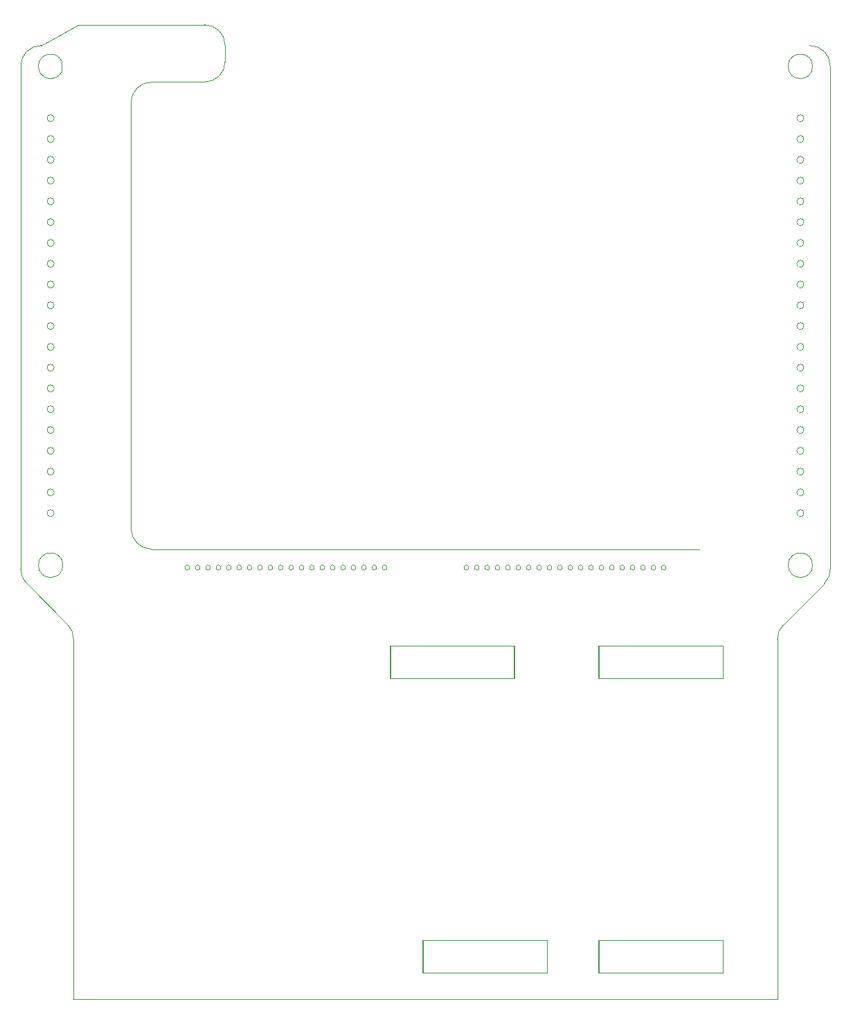
<source format=gm1>
G04*
G04 #@! TF.GenerationSoftware,Altium Limited,Altium Designer,24.1.2 (44)*
G04*
G04 Layer_Color=16711935*
%FSLAX44Y44*%
%MOMM*%
G71*
G04*
G04 #@! TF.SameCoordinates,8F2A281D-5683-44EC-B143-A45D5901FF86*
G04*
G04*
G04 #@! TF.FilePolarity,Positive*
G04*
G01*
G75*
%ADD75C,0.1000*%
D75*
X1229111Y1085092D02*
G03*
X1229111Y1085092I-4318J0D01*
G01*
X1239793Y1504192D02*
G03*
X1239793Y1504192I-15000J0D01*
G01*
X312425Y1440692D02*
G03*
X312425Y1440692I-4318J0D01*
G01*
X1229111D02*
G03*
X1229111Y1440692I-4318J0D01*
G01*
Y1415292D02*
G03*
X1229111Y1415292I-4318J0D01*
G01*
Y1389892D02*
G03*
X1229111Y1389892I-4318J0D01*
G01*
Y1364492D02*
G03*
X1229111Y1364492I-4318J0D01*
G01*
Y1339092D02*
G03*
X1229111Y1339092I-4318J0D01*
G01*
Y1313692D02*
G03*
X1229111Y1313692I-4318J0D01*
G01*
Y1288292D02*
G03*
X1229111Y1288292I-4318J0D01*
G01*
Y1262892D02*
G03*
X1229111Y1262892I-4318J0D01*
G01*
Y1237492D02*
G03*
X1229111Y1237492I-4318J0D01*
G01*
X312425Y1415292D02*
G03*
X312425Y1415292I-4318J0D01*
G01*
Y1389892D02*
G03*
X312425Y1389892I-4318J0D01*
G01*
Y1364492D02*
G03*
X312425Y1364492I-4318J0D01*
G01*
Y1339092D02*
G03*
X312425Y1339092I-4318J0D01*
G01*
Y1313692D02*
G03*
X312425Y1313692I-4318J0D01*
G01*
Y1288292D02*
G03*
X312425Y1288292I-4318J0D01*
G01*
Y1262892D02*
G03*
X312425Y1262892I-4318J0D01*
G01*
Y1237492D02*
G03*
X312425Y1237492I-4318J0D01*
G01*
Y1212092D02*
G03*
X312425Y1212092I-4318J0D01*
G01*
Y1186692D02*
G03*
X312425Y1186692I-4318J0D01*
G01*
Y1161292D02*
G03*
X312425Y1161292I-4318J0D01*
G01*
Y1135892D02*
G03*
X312425Y1135892I-4318J0D01*
G01*
Y1110492D02*
G03*
X312425Y1110492I-4318J0D01*
G01*
Y1085092D02*
G03*
X312425Y1085092I-4318J0D01*
G01*
Y1059692D02*
G03*
X312425Y1059692I-4318J0D01*
G01*
Y1034292D02*
G03*
X312425Y1034292I-4318J0D01*
G01*
Y1008892D02*
G03*
X312425Y1008892I-4318J0D01*
G01*
Y983492D02*
G03*
X312425Y983492I-4318J0D01*
G01*
Y958092D02*
G03*
X312425Y958092I-4318J0D01*
G01*
X323107Y894592D02*
G03*
X323107Y894592I-15000J0D01*
G01*
X1239793D02*
G03*
X1239793Y894592I-15000J0D01*
G01*
X1229111Y958092D02*
G03*
X1229111Y958092I-4318J0D01*
G01*
Y983492D02*
G03*
X1229111Y983492I-4318J0D01*
G01*
Y1008892D02*
G03*
X1229111Y1008892I-4318J0D01*
G01*
Y1034292D02*
G03*
X1229111Y1034292I-4318J0D01*
G01*
Y1059692D02*
G03*
X1229111Y1059692I-4318J0D01*
G01*
Y1110492D02*
G03*
X1229111Y1110492I-4318J0D01*
G01*
Y1135892D02*
G03*
X1229111Y1135892I-4318J0D01*
G01*
Y1161292D02*
G03*
X1229111Y1161292I-4318J0D01*
G01*
Y1186692D02*
G03*
X1229111Y1186692I-4318J0D01*
G01*
Y1212092D02*
G03*
X1229111Y1212092I-4318J0D01*
G01*
X1060750Y891692D02*
G03*
X1060750Y891692I-3000J0D01*
G01*
X1048050D02*
G03*
X1048050Y891692I-3000J0D01*
G01*
X1035350D02*
G03*
X1035350Y891692I-3000J0D01*
G01*
X1022650D02*
G03*
X1022650Y891692I-3000J0D01*
G01*
X1009950D02*
G03*
X1009950Y891692I-3000J0D01*
G01*
X997250D02*
G03*
X997250Y891692I-3000J0D01*
G01*
X984550D02*
G03*
X984550Y891692I-3000J0D01*
G01*
X971850D02*
G03*
X971850Y891692I-3000J0D01*
G01*
X959150D02*
G03*
X959150Y891692I-3000J0D01*
G01*
X946450D02*
G03*
X946450Y891692I-3000J0D01*
G01*
X933750D02*
G03*
X933750Y891692I-3000J0D01*
G01*
X921050D02*
G03*
X921050Y891692I-3000J0D01*
G01*
X908350D02*
G03*
X908350Y891692I-3000J0D01*
G01*
X895650D02*
G03*
X895650Y891692I-3000J0D01*
G01*
X882950D02*
G03*
X882950Y891692I-3000J0D01*
G01*
X870250D02*
G03*
X870250Y891692I-3000J0D01*
G01*
X857550D02*
G03*
X857550Y891692I-3000J0D01*
G01*
X844850D02*
G03*
X844850Y891692I-3000J0D01*
G01*
X832150D02*
G03*
X832150Y891692I-3000J0D01*
G01*
X819450D02*
G03*
X819450Y891692I-3000J0D01*
G01*
X719450D02*
G03*
X719450Y891692I-3000J0D01*
G01*
X706750D02*
G03*
X706750Y891692I-3000J0D01*
G01*
X694050D02*
G03*
X694050Y891692I-3000J0D01*
G01*
X681350D02*
G03*
X681350Y891692I-3000J0D01*
G01*
X668650D02*
G03*
X668650Y891692I-3000J0D01*
G01*
X655950D02*
G03*
X655950Y891692I-3000J0D01*
G01*
X643250D02*
G03*
X643250Y891692I-3000J0D01*
G01*
X630550D02*
G03*
X630550Y891692I-3000J0D01*
G01*
X617850D02*
G03*
X617850Y891692I-3000J0D01*
G01*
X605150D02*
G03*
X605150Y891692I-3000J0D01*
G01*
X592450D02*
G03*
X592450Y891692I-3000J0D01*
G01*
X579750D02*
G03*
X579750Y891692I-3000J0D01*
G01*
X567050D02*
G03*
X567050Y891692I-3000J0D01*
G01*
X554350D02*
G03*
X554350Y891692I-3000J0D01*
G01*
X541650D02*
G03*
X541650Y891692I-3000J0D01*
G01*
X528950D02*
G03*
X528950Y891692I-3000J0D01*
G01*
X516250D02*
G03*
X516250Y891692I-3000J0D01*
G01*
X503550D02*
G03*
X503550Y891692I-3000J0D01*
G01*
X490850D02*
G03*
X490850Y891692I-3000J0D01*
G01*
X478150D02*
G03*
X478150Y891692I-3000J0D01*
G01*
X321450Y1511045D02*
G03*
X321450Y1497339I-13343J-6853D01*
G01*
X296450Y1529592D02*
G03*
X271450Y1504592I0J-25000D01*
G01*
Y889763D02*
G03*
X278772Y872086I25000J0D01*
G01*
X336226Y804277D02*
G03*
X328903Y821955I-25000J0D01*
G01*
X1203997D02*
G03*
X1196674Y804277I17678J-17678D01*
G01*
X1254128Y872086D02*
G03*
X1261450Y889763I-17678J17678D01*
G01*
Y1504592D02*
G03*
X1236450Y1529592I-25000J0D01*
G01*
X406450Y939192D02*
G03*
X431450Y914192I25000J0D01*
G01*
Y1485063D02*
G03*
X406450Y1460063I0J-25000D01*
G01*
X496450Y1485063D02*
G03*
X521450Y1510063I0J25000D01*
G01*
Y1530063D02*
G03*
X496450Y1555063I-25000J0D01*
G01*
X296450Y1529592D02*
X341450Y1555063D01*
X723353Y756289D02*
Y796289D01*
X875353D01*
Y756289D02*
Y796289D01*
X723353Y756289D02*
X875353D01*
X978353D02*
Y796289D01*
X1130353D01*
Y756289D02*
Y796289D01*
X978353Y756289D02*
X1130353D01*
X763353Y396289D02*
Y436289D01*
X915353D01*
Y396289D02*
Y436289D01*
X763353Y396289D02*
X915353D01*
X978353D02*
Y436289D01*
X1130353D01*
Y396289D02*
Y436289D01*
X978353Y396289D02*
X1130353D01*
X321450Y1497339D02*
Y1511045D01*
X271450Y889763D02*
Y1504592D01*
X278772Y872086D02*
X328903Y821955D01*
X336226Y364192D02*
Y804277D01*
Y364192D02*
X1196674D01*
Y804277D01*
X1203997Y821955D02*
X1254128Y872086D01*
X1261450Y889763D02*
Y1504592D01*
X431450Y914192D02*
X1101450D01*
X406450Y939192D02*
Y1460063D01*
X431450Y1485063D02*
X496450D01*
X521450Y1510063D02*
Y1530063D01*
X341450Y1555063D02*
X496450D01*
X722708Y796289D02*
X874708D01*
X977708D02*
X1129708D01*
X977708Y756289D02*
Y796289D01*
Y756289D02*
X1129708D01*
X874708D02*
Y796289D01*
X1129708Y756289D02*
Y796289D01*
X722708Y756289D02*
X874708D01*
X722708D02*
Y796289D01*
X762708Y436289D02*
X914708D01*
Y396289D02*
Y436289D01*
X977708Y396289D02*
Y436289D01*
X1129708D01*
Y396289D02*
Y436289D01*
X977708Y396289D02*
X1129708D01*
X762708D02*
Y436289D01*
Y396289D02*
X914708D01*
X874920Y756306D02*
Y796306D01*
X762920Y396306D02*
X914920D01*
X762920Y436306D02*
X914920D01*
X722920Y756306D02*
Y796306D01*
X874920D01*
X722920Y756306D02*
X874920D01*
X762920Y396306D02*
Y436306D01*
X914920Y396306D02*
Y436306D01*
X977920D02*
X1129920D01*
Y396306D02*
Y436306D01*
X977920Y396306D02*
X1129920D01*
X977920D02*
Y436306D01*
Y796306D02*
X1129920D01*
Y756306D02*
Y796306D01*
X977920Y756306D02*
Y796306D01*
Y756306D02*
X1129920D01*
M02*

</source>
